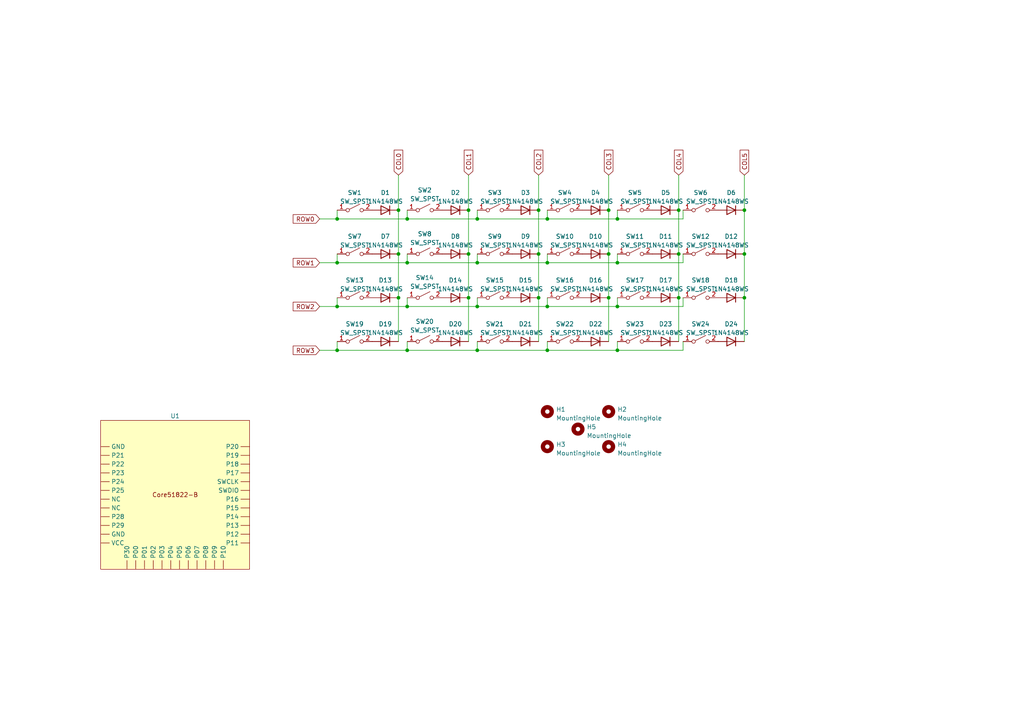
<source format=kicad_sch>
(kicad_sch (version 20230121) (generator eeschema)
  (paper "A4")
  (lib_symbols
    (symbol "Diode:1N4148WS" (pin_numbers hide) (pin_names hide)
      (property "Reference" "D" (at 0 2.54 0))
      (property "Value" "1N4148WS" (at 0 -2.54 0))
      (symbol "1N4148WS_0_1"
        (polyline (pts (xy -1.27 1.27) (xy -1.27 -1.27)) (stroke (width 0.254)))
        (polyline (pts (xy 1.27 0) (xy -1.27 0)))
        (polyline (pts (xy 1.27 1.27) (xy 1.27 -1.27) (xy -1.27 0) (xy 1.27 1.27)) (stroke (width 0.254)))
      )
      (symbol "1N4148WS_1_1"
        (pin passive line (at -3.81 0 0) (length 2.54) (name "K") (number "1"))
        (pin passive line (at 3.81 0 180) (length 2.54) (name "A") (number "2"))
      )
    )
    (symbol "Mechanical:MountingHole" (pin_names (offset 1.016))
      (property "Reference" "H" (at 0 5.08 0))
      (property "Value" "MountingHole" (at 0 3.175 0))
      (symbol "MountingHole_0_1"
        (circle (center 0 0) (radius 1.27) (stroke (width 1.27)))
      )
    )
    (symbol "Switch:SW_SPST" (pin_names (offset 0) hide)
      (property "Reference" "SW" (at 0 3.175 0))
      (property "Value" "SW_SPST" (at 0 -2.54 0))
      (symbol "SW_SPST_0_0"
        (circle (center -2.032 0) (radius 0.508))
        (polyline (pts (xy -1.524 0.254) (xy 1.524 1.778)))
        (circle (center 2.032 0) (radius 0.508))
      )
      (symbol "SW_SPST_1_1"
        (pin passive line (at -5.08 0 0) (length 2.54) (name "A") (number "1"))
        (pin passive line (at 5.08 0 180) (length 2.54) (name "B") (number "2"))
      )
    )
    (symbol "devboards:core51822-b"
      (property "Reference" "U" (at 0 0 0))
      (symbol "core51822-b_1_1"
        (rectangle (start -8.89 90.17) (end 34.29 46.99) (fill (type background)))
        (text "Core51822-B" (at 12.7 68.58 0) (effects (font (size 1.27 1.27))))
        (pin bidirectional line (at -8.89 57.15 0) (length 2.54) (name "GND") (number ""))
        (pin bidirectional line (at -8.89 82.55 0) (length 2.54) (name "GND") (number ""))
        (pin bidirectional line (at -8.89 64.77 0) (length 2.54) (name "NC") (number ""))
        (pin bidirectional line (at -8.89 67.31 0) (length 2.54) (name "NC") (number ""))
        (pin bidirectional line (at 1.27 46.99 90) (length 2.54) (name "P00") (number ""))
        (pin bidirectional line (at 3.81 46.99 90) (length 2.54) (name "P01") (number ""))
        (pin bidirectional line (at 6.35 46.99 90) (length 2.54) (name "P02") (number ""))
        (pin bidirectional line (at 8.89 46.99 90) (length 2.54) (name "P03") (number ""))
        (pin bidirectional line (at 11.43 46.99 90) (length 2.54) (name "P04") (number ""))
        (pin bidirectional line (at 13.97 46.99 90) (length 2.54) (name "P05") (number ""))
        (pin bidirectional line (at 16.51 46.99 90) (length 2.54) (name "P06") (number ""))
        (pin bidirectional line (at 19.05 46.99 90) (length 2.54) (name "P07") (number ""))
        (pin bidirectional line (at 21.59 46.99 90) (length 2.54) (name "P08") (number ""))
        (pin bidirectional line (at 24.13 46.99 90) (length 2.54) (name "P09") (number ""))
        (pin bidirectional line (at 26.67 46.99 90) (length 2.54) (name "P10") (number ""))
        (pin bidirectional line (at 34.29 54.61 180) (length 2.54) (name "P11") (number ""))
        (pin bidirectional line (at 34.29 57.15 180) (length 2.54) (name "P12") (number ""))
        (pin bidirectional line (at 34.29 59.69 180) (length 2.54) (name "P13") (number ""))
        (pin bidirectional line (at 34.29 62.23 180) (length 2.54) (name "P14") (number ""))
        (pin bidirectional line (at 34.29 64.77 180) (length 2.54) (name "P15") (number ""))
        (pin bidirectional line (at 34.29 67.31 180) (length 2.54) (name "P16") (number ""))
        (pin bidirectional line (at 34.29 74.93 180) (length 2.54) (name "P17") (number ""))
        (pin bidirectional line (at 34.29 77.47 180) (length 2.54) (name "P18") (number ""))
        (pin bidirectional line (at 34.29 80.01 180) (length 2.54) (name "P19") (number ""))
        (pin bidirectional line (at 34.29 82.55 180) (length 2.54) (name "P20") (number ""))
        (pin bidirectional line (at -8.89 80.01 0) (length 2.54) (name "P21") (number ""))
        (pin bidirectional line (at -8.89 77.47 0) (length 2.54) (name "P22") (number ""))
        (pin bidirectional line (at -8.89 74.93 0) (length 2.54) (name "P23") (number ""))
        (pin bidirectional line (at -8.89 72.39 0) (length 2.54) (name "P24") (number ""))
        (pin bidirectional line (at -8.89 69.85 0) (length 2.54) (name "P25") (number ""))
        (pin bidirectional line (at -8.89 62.23 0) (length 2.54) (name "P28") (number ""))
        (pin bidirectional line (at -8.89 59.69 0) (length 2.54) (name "P29") (number ""))
        (pin bidirectional line (at -1.27 46.99 90) (length 2.54) (name "P30") (number ""))
        (pin bidirectional line (at 34.29 72.39 180) (length 2.54) (name "SWCLK") (number ""))
        (pin bidirectional line (at 34.29 69.85 180) (length 2.54) (name "SWDIO") (number ""))
        (pin bidirectional line (at -8.89 54.61 0) (length 2.54) (name "VCC") (number ""))
      )
    )
  )
  (junction (at 138.43 76.2))
  (junction (at 156.21 73.66))
  (junction (at 118.11 76.2))
  (junction (at 158.75 63.5))
  (junction (at 156.21 60.96))
  (junction (at 138.43 101.6))
  (junction (at 179.07 63.5))
  (junction (at 138.43 88.9))
  (junction (at 179.07 88.9))
  (junction (at 115.57 60.96))
  (junction (at 118.11 101.6))
  (junction (at 135.89 86.36))
  (junction (at 158.75 76.2))
  (junction (at 156.21 86.36))
  (junction (at 135.89 60.96))
  (junction (at 215.9 86.36))
  (junction (at 215.9 60.96))
  (junction (at 215.9 73.66))
  (junction (at 196.85 86.36))
  (junction (at 176.53 73.66))
  (junction (at 176.53 60.96))
  (junction (at 118.11 63.5))
  (junction (at 115.57 73.66))
  (junction (at 97.79 76.2))
  (junction (at 97.79 101.6))
  (junction (at 196.85 73.66))
  (junction (at 97.79 63.5))
  (junction (at 176.53 86.36))
  (junction (at 118.11 88.9))
  (junction (at 135.89 73.66))
  (junction (at 115.57 86.36))
  (junction (at 196.85 60.96))
  (junction (at 179.07 101.6))
  (junction (at 158.75 88.9))
  (junction (at 158.75 101.6))
  (junction (at 97.79 88.9))
  (junction (at 179.07 76.2))
  (junction (at 138.43 63.5))
  (wire (pts (xy 97.79 88.9) (xy 118.11 88.9)))
  (wire (pts (xy 179.07 101.6) (xy 198.12 101.6)))
  (wire (pts (xy 118.11 76.2) (xy 118.11 73.66)))
  (wire (pts (xy 198.12 88.9) (xy 198.12 86.36)))
  (wire (pts (xy 176.53 60.96) (xy 176.53 73.66)))
  (wire (pts (xy 158.75 63.5) (xy 158.75 60.96)))
  (wire (pts (xy 138.43 101.6) (xy 158.75 101.6)))
  (wire (pts (xy 97.79 76.2) (xy 118.11 76.2)))
  (wire (pts (xy 215.9 60.96) (xy 215.9 73.66)))
  (wire (pts (xy 138.43 88.9) (xy 158.75 88.9)))
  (wire (pts (xy 138.43 88.9) (xy 138.43 86.36)))
  (wire (pts (xy 179.07 76.2) (xy 198.12 76.2)))
  (wire (pts (xy 97.79 63.5) (xy 97.79 60.96)))
  (wire (pts (xy 92.71 88.9) (xy 97.79 88.9)))
  (wire (pts (xy 92.71 76.2) (xy 97.79 76.2)))
  (wire (pts (xy 198.12 76.2) (xy 198.12 73.66)))
  (wire (pts (xy 158.75 76.2) (xy 158.75 73.66)))
  (wire (pts (xy 115.57 60.96) (xy 115.57 73.66)))
  (wire (pts (xy 196.85 50.8) (xy 196.85 60.96)))
  (wire (pts (xy 138.43 76.2) (xy 138.43 73.66)))
  (wire (pts (xy 156.21 50.8) (xy 156.21 60.96)))
  (wire (pts (xy 118.11 76.2) (xy 138.43 76.2)))
  (wire (pts (xy 179.07 63.5) (xy 179.07 60.96)))
  (wire (pts (xy 215.9 73.66) (xy 215.9 86.36)))
  (wire (pts (xy 97.79 76.2) (xy 97.79 73.66)))
  (wire (pts (xy 118.11 88.9) (xy 138.43 88.9)))
  (wire (pts (xy 196.85 60.96) (xy 196.85 73.66)))
  (wire (pts (xy 118.11 101.6) (xy 138.43 101.6)))
  (wire (pts (xy 97.79 63.5) (xy 118.11 63.5)))
  (wire (pts (xy 118.11 101.6) (xy 118.11 99.06)))
  (wire (pts (xy 158.75 63.5) (xy 179.07 63.5)))
  (wire (pts (xy 97.79 88.9) (xy 97.79 86.36)))
  (wire (pts (xy 138.43 101.6) (xy 138.43 99.06)))
  (wire (pts (xy 215.9 50.8) (xy 215.9 60.96)))
  (wire (pts (xy 158.75 88.9) (xy 158.75 86.36)))
  (wire (pts (xy 179.07 76.2) (xy 179.07 73.66)))
  (wire (pts (xy 158.75 88.9) (xy 179.07 88.9)))
  (wire (pts (xy 176.53 86.36) (xy 176.53 99.06)))
  (wire (pts (xy 138.43 63.5) (xy 138.43 60.96)))
  (wire (pts (xy 196.85 73.66) (xy 196.85 86.36)))
  (wire (pts (xy 158.75 101.6) (xy 158.75 99.06)))
  (wire (pts (xy 118.11 63.5) (xy 118.11 60.96)))
  (wire (pts (xy 215.9 86.36) (xy 215.9 99.06)))
  (wire (pts (xy 118.11 63.5) (xy 138.43 63.5)))
  (wire (pts (xy 179.07 88.9) (xy 198.12 88.9)))
  (wire (pts (xy 115.57 86.36) (xy 115.57 99.06)))
  (wire (pts (xy 176.53 73.66) (xy 176.53 86.36)))
  (wire (pts (xy 138.43 63.5) (xy 158.75 63.5)))
  (wire (pts (xy 156.21 60.96) (xy 156.21 73.66)))
  (wire (pts (xy 179.07 63.5) (xy 198.12 63.5)))
  (wire (pts (xy 135.89 60.96) (xy 135.89 73.66)))
  (wire (pts (xy 135.89 50.8) (xy 135.89 60.96)))
  (wire (pts (xy 156.21 73.66) (xy 156.21 86.36)))
  (wire (pts (xy 196.85 86.36) (xy 196.85 99.06)))
  (wire (pts (xy 115.57 50.8) (xy 115.57 60.96)))
  (wire (pts (xy 92.71 63.5) (xy 97.79 63.5)))
  (wire (pts (xy 92.71 101.6) (xy 97.79 101.6)))
  (wire (pts (xy 158.75 101.6) (xy 179.07 101.6)))
  (wire (pts (xy 158.75 76.2) (xy 179.07 76.2)))
  (wire (pts (xy 135.89 86.36) (xy 135.89 99.06)))
  (wire (pts (xy 156.21 86.36) (xy 156.21 99.06)))
  (wire (pts (xy 118.11 88.9) (xy 118.11 86.36)))
  (wire (pts (xy 97.79 101.6) (xy 97.79 99.06)))
  (wire (pts (xy 179.07 101.6) (xy 179.07 99.06)))
  (wire (pts (xy 176.53 50.8) (xy 176.53 60.96)))
  (wire (pts (xy 97.79 101.6) (xy 118.11 101.6)))
  (wire (pts (xy 198.12 63.5) (xy 198.12 60.96)))
  (wire (pts (xy 115.57 73.66) (xy 115.57 86.36)))
  (wire (pts (xy 138.43 76.2) (xy 158.75 76.2)))
  (wire (pts (xy 198.12 101.6) (xy 198.12 99.06)))
  (wire (pts (xy 179.07 88.9) (xy 179.07 86.36)))
  (wire (pts (xy 135.89 73.66) (xy 135.89 86.36)))
  (global_label "COL5" (shape input) (at 215.9 50.8 90) (property "Intersheetrefs" "${INTERSHEET_REFS}" (effects hide)))
  (global_label "COL0" (shape input) (at 115.57 50.8 90) (property "Intersheetrefs" "${INTERSHEET_REFS}" (effects hide)))
  (global_label "ROW1" (shape input) (at 92.71 76.2 180) (property "Intersheetrefs" "${INTERSHEET_REFS}" (effects hide)))
  (global_label "COL3" (shape input) (at 176.53 50.8 90) (property "Intersheetrefs" "${INTERSHEET_REFS}" (effects hide)))
  (global_label "COL1" (shape input) (at 135.89 50.8 90) (property "Intersheetrefs" "${INTERSHEET_REFS}" (effects hide)))
  (global_label "ROW3" (shape input) (at 92.71 101.6 180) (property "Intersheetrefs" "${INTERSHEET_REFS}" (effects hide)))
  (global_label "COL2" (shape input) (at 156.21 50.8 90) (property "Intersheetrefs" "${INTERSHEET_REFS}" (effects hide)))
  (global_label "ROW2" (shape input) (at 92.71 88.9 180) (property "Intersheetrefs" "${INTERSHEET_REFS}" (effects hide)))
  (global_label "COL4" (shape input) (at 196.85 50.8 90) (property "Intersheetrefs" "${INTERSHEET_REFS}" (effects hide)))
  (global_label "ROW0" (shape input) (at 92.71 63.5 180) (property "Intersheetrefs" "${INTERSHEET_REFS}" (effects hide)))
  (symbol (lib_id "Diode:1N4148WS") (at 111.76 60.96 180) (unit 1)
    (property "Reference" "D1" (at 111.76 55.88 0))
    (property "Value" "1N4148WS" (at 111.76 58.42 0))
    (property "Footprint" "Diode_SMD:D_SOD-323" (effects hide))
    (property "Datasheet" "https://www.vishay.com/docs/85751/1n4148ws.pdf" (effects hide))
    (property "Sim.Device" "D" (effects hide))
    (property "Sim.Pins" "1=K 2=A" (effects hide))
  )
  (symbol (lib_id "devboards:core51822-b") (at 38.1 212.09 0) (unit 1)
    (property "Reference" "U1" (at 50.8 120.65 0))
    (property "Value" "~" (at 38.1 212.09 0))
    (property "Footprint" "devboards:core51822-b" (effects hide))
  )
  (symbol (lib_id "Switch:SW_SPST") (at 163.83 99.06 0) (unit 1)
    (property "Reference" "SW22" (at 163.83 93.98 0))
    (property "Value" "SW_SPST" (at 163.83 96.52 0))
    (property "Footprint" "keyswitches.pretty-master:Kailh_socket_MX" (effects hide))
  )
  (symbol (lib_id "Switch:SW_SPST") (at 143.51 99.06 0) (unit 1)
    (property "Reference" "SW21" (at 143.51 93.98 0))
    (property "Value" "SW_SPST" (at 143.51 96.52 0))
    (property "Footprint" "keyswitches.pretty-master:Kailh_socket_MX" (effects hide))
  )
  (symbol (lib_id "Diode:1N4148WS") (at 193.04 60.96 180) (unit 1)
    (property "Reference" "D5" (at 193.04 55.88 0))
    (property "Value" "1N4148WS" (at 193.04 58.42 0))
    (property "Footprint" "Diode_SMD:D_SOD-323" (effects hide))
    (property "Datasheet" "https://www.vishay.com/docs/85751/1n4148ws.pdf" (effects hide))
    (property "Sim.Device" "D" (effects hide))
    (property "Sim.Pins" "1=K 2=A" (effects hide))
  )
  (symbol (lib_id "Switch:SW_SPST") (at 143.51 86.36 0) (unit 1)
    (property "Reference" "SW15" (at 143.51 81.28 0))
    (property "Value" "SW_SPST" (at 143.51 83.82 0))
    (property "Footprint" "keyswitches.pretty-master:Kailh_socket_MX" (effects hide))
  )
  (symbol (lib_id "Switch:SW_SPST") (at 163.83 86.36 0) (unit 1)
    (property "Reference" "SW16" (at 163.83 81.28 0))
    (property "Value" "SW_SPST" (at 163.83 83.82 0))
    (property "Footprint" "keyswitches.pretty-master:Kailh_socket_MX" (effects hide))
  )
  (symbol (lib_id "Switch:SW_SPST") (at 163.83 73.66 0) (unit 1)
    (property "Reference" "SW10" (at 163.83 68.58 0))
    (property "Value" "SW_SPST" (at 163.83 71.12 0))
    (property "Footprint" "keyswitches.pretty-master:Kailh_socket_MX" (effects hide))
  )
  (symbol (lib_id "Mechanical:MountingHole") (at 176.53 119.38 0) (unit 1)
    (property "Reference" "H2" (at 179.07 118.745 0) (effects (justify left)))
    (property "Value" "MountingHole" (at 179.07 121.285 0) (effects (justify left)))
    (property "Footprint" "MountingHole:MountingHole_2mm" (effects hide))
  )
  (symbol (lib_id "Switch:SW_SPST") (at 203.2 60.96 0) (unit 1)
    (property "Reference" "SW6" (at 203.2 55.88 0))
    (property "Value" "SW_SPST" (at 203.2 58.42 0))
    (property "Footprint" "keyswitches.pretty-master:Kailh_socket_MX" (effects hide))
  )
  (symbol (lib_id "Switch:SW_SPST") (at 143.51 73.66 0) (unit 1)
    (property "Reference" "SW9" (at 143.51 68.58 0))
    (property "Value" "SW_SPST" (at 143.51 71.12 0))
    (property "Footprint" "keyswitches.pretty-master:Kailh_socket_MX" (effects hide))
  )
  (symbol (lib_id "Switch:SW_SPST") (at 184.15 60.96 0) (unit 1)
    (property "Reference" "SW5" (at 184.15 55.88 0))
    (property "Value" "SW_SPST" (at 184.15 58.42 0))
    (property "Footprint" "keyswitches.pretty-master:Kailh_socket_MX" (effects hide))
  )
  (symbol (lib_id "Diode:1N4148WS") (at 193.04 73.66 180) (unit 1)
    (property "Reference" "D11" (at 193.04 68.58 0))
    (property "Value" "1N4148WS" (at 193.04 71.12 0))
    (property "Footprint" "Diode_SMD:D_SOD-323" (effects hide))
    (property "Datasheet" "https://www.vishay.com/docs/85751/1n4148ws.pdf" (effects hide))
    (property "Sim.Device" "D" (effects hide))
    (property "Sim.Pins" "1=K 2=A" (effects hide))
  )
  (symbol (lib_id "Diode:1N4148WS") (at 193.04 99.06 180) (unit 1)
    (property "Reference" "D23" (at 193.04 93.98 0))
    (property "Value" "1N4148WS" (at 193.04 96.52 0))
    (property "Footprint" "Diode_SMD:D_SOD-323" (effects hide))
    (property "Datasheet" "https://www.vishay.com/docs/85751/1n4148ws.pdf" (effects hide))
    (property "Sim.Device" "D" (effects hide))
    (property "Sim.Pins" "1=K 2=A" (effects hide))
  )
  (symbol (lib_id "Switch:SW_SPST") (at 203.2 86.36 0) (unit 1)
    (property "Reference" "SW18" (at 203.2 81.28 0))
    (property "Value" "SW_SPST" (at 203.2 83.82 0))
    (property "Footprint" "keyswitches.pretty-master:Kailh_socket_MX" (effects hide))
  )
  (symbol (lib_id "Mechanical:MountingHole") (at 158.75 129.54 0) (unit 1)
    (property "Reference" "H3" (at 161.29 128.905 0) (effects (justify left)))
    (property "Value" "MountingHole" (at 161.29 131.445 0) (effects (justify left)))
    (property "Footprint" "MountingHole:MountingHole_2mm" (effects hide))
  )
  (symbol (lib_id "Switch:SW_SPST") (at 203.2 99.06 0) (unit 1)
    (property "Reference" "SW24" (at 203.2 93.98 0))
    (property "Value" "SW_SPST" (at 203.2 96.52 0))
    (property "Footprint" "keyswitches.pretty-master:Kailh_socket_MX" (effects hide))
  )
  (symbol (lib_id "Diode:1N4148WS") (at 132.08 73.66 180) (unit 1)
    (property "Reference" "D8" (at 132.08 68.58 0))
    (property "Value" "1N4148WS" (at 132.08 71.12 0))
    (property "Footprint" "Diode_SMD:D_SOD-323" (effects hide))
    (property "Datasheet" "https://www.vishay.com/docs/85751/1n4148ws.pdf" (effects hide))
    (property "Sim.Device" "D" (effects hide))
    (property "Sim.Pins" "1=K 2=A" (effects hide))
  )
  (symbol (lib_id "Switch:SW_SPST") (at 102.87 60.96 0) (unit 1)
    (property "Reference" "SW1" (at 102.87 55.88 0))
    (property "Value" "SW_SPST" (at 102.87 58.42 0))
    (property "Footprint" "keyswitches.pretty-master:Kailh_socket_MX" (effects hide))
  )
  (symbol (lib_id "Switch:SW_SPST") (at 123.19 99.06 0) (unit 1)
    (property "Reference" "SW20" (at 123.19 93.2491 0))
    (property "Value" "SW_SPST" (at 123.19 95.7891 0))
    (property "Footprint" "keyswitches.pretty-master:Kailh_socket_MX" (effects hide))
  )
  (symbol (lib_id "Switch:SW_SPST") (at 143.51 60.96 0) (unit 1)
    (property "Reference" "SW3" (at 143.51 55.88 0))
    (property "Value" "SW_SPST" (at 143.51 58.42 0))
    (property "Footprint" "keyswitches.pretty-master:Kailh_socket_MX" (effects hide))
  )
  (symbol (lib_id "Diode:1N4148WS") (at 212.09 73.66 180) (unit 1)
    (property "Reference" "D12" (at 212.09 68.58 0))
    (property "Value" "1N4148WS" (at 212.09 71.12 0))
    (property "Footprint" "Diode_SMD:D_SOD-323" (effects hide))
    (property "Datasheet" "https://www.vishay.com/docs/85751/1n4148ws.pdf" (effects hide))
    (property "Sim.Device" "D" (effects hide))
    (property "Sim.Pins" "1=K 2=A" (effects hide))
  )
  (symbol (lib_id "Switch:SW_SPST") (at 203.2 73.66 0) (unit 1)
    (property "Reference" "SW12" (at 203.2 68.58 0))
    (property "Value" "SW_SPST" (at 203.2 71.12 0))
    (property "Footprint" "keyswitches.pretty-master:Kailh_socket_MX" (effects hide))
  )
  (symbol (lib_id "Diode:1N4148WS") (at 172.72 99.06 180) (unit 1)
    (property "Reference" "D22" (at 172.72 93.98 0))
    (property "Value" "1N4148WS" (at 172.72 96.52 0))
    (property "Footprint" "Diode_SMD:D_SOD-323" (effects hide))
    (property "Datasheet" "https://www.vishay.com/docs/85751/1n4148ws.pdf" (effects hide))
    (property "Sim.Device" "D" (effects hide))
    (property "Sim.Pins" "1=K 2=A" (effects hide))
  )
  (symbol (lib_id "Diode:1N4148WS") (at 132.08 86.36 180) (unit 1)
    (property "Reference" "D14" (at 132.08 81.28 0))
    (property "Value" "1N4148WS" (at 132.08 83.82 0))
    (property "Footprint" "Diode_SMD:D_SOD-323" (effects hide))
    (property "Datasheet" "https://www.vishay.com/docs/85751/1n4148ws.pdf" (effects hide))
    (property "Sim.Device" "D" (effects hide))
    (property "Sim.Pins" "1=K 2=A" (effects hide))
  )
  (symbol (lib_id "Diode:1N4148WS") (at 132.08 99.06 180) (unit 1)
    (property "Reference" "D20" (at 132.08 93.98 0))
    (property "Value" "1N4148WS" (at 132.08 96.52 0))
    (property "Footprint" "Diode_SMD:D_SOD-323" (effects hide))
    (property "Datasheet" "https://www.vishay.com/docs/85751/1n4148ws.pdf" (effects hide))
    (property "Sim.Device" "D" (effects hide))
    (property "Sim.Pins" "1=K 2=A" (effects hide))
  )
  (symbol (lib_id "Diode:1N4148WS") (at 212.09 99.06 180) (unit 1)
    (property "Reference" "D24" (at 212.09 93.98 0))
    (property "Value" "1N4148WS" (at 212.09 96.52 0))
    (property "Footprint" "Diode_SMD:D_SOD-323" (effects hide))
    (property "Datasheet" "https://www.vishay.com/docs/85751/1n4148ws.pdf" (effects hide))
    (property "Sim.Device" "D" (effects hide))
    (property "Sim.Pins" "1=K 2=A" (effects hide))
  )
  (symbol (lib_id "Diode:1N4148WS") (at 172.72 86.36 180) (unit 1)
    (property "Reference" "D16" (at 172.72 81.28 0))
    (property "Value" "1N4148WS" (at 172.72 83.82 0))
    (property "Footprint" "Diode_SMD:D_SOD-323" (effects hide))
    (property "Datasheet" "https://www.vishay.com/docs/85751/1n4148ws.pdf" (effects hide))
    (property "Sim.Device" "D" (effects hide))
    (property "Sim.Pins" "1=K 2=A" (effects hide))
  )
  (symbol (lib_id "Mechanical:MountingHole") (at 176.53 129.54 0) (unit 1)
    (property "Reference" "H4" (at 179.07 128.905 0) (effects (justify left)))
    (property "Value" "MountingHole" (at 179.07 131.445 0) (effects (justify left)))
    (property "Footprint" "MountingHole:MountingHole_2mm" (effects hide))
  )
  (symbol (lib_id "Mechanical:MountingHole") (at 158.75 119.38 0) (unit 1)
    (property "Reference" "H1" (at 161.29 118.745 0) (effects (justify left)))
    (property "Value" "MountingHole" (at 161.29 121.285 0) (effects (justify left)))
    (property "Footprint" "MountingHole:MountingHole_2mm" (effects hide))
  )
  (symbol (lib_id "Switch:SW_SPST") (at 184.15 99.06 0) (unit 1)
    (property "Reference" "SW23" (at 184.15 93.98 0))
    (property "Value" "SW_SPST" (at 184.15 96.52 0))
    (property "Footprint" "keyswitches.pretty-master:Kailh_socket_MX" (effects hide))
  )
  (symbol (lib_id "Diode:1N4148WS") (at 111.76 99.06 180) (unit 1)
    (property "Reference" "D19" (at 111.76 93.98 0))
    (property "Value" "1N4148WS" (at 111.76 96.52 0))
    (property "Footprint" "Diode_SMD:D_SOD-323" (effects hide))
    (property "Datasheet" "https://www.vishay.com/docs/85751/1n4148ws.pdf" (effects hide))
    (property "Sim.Device" "D" (effects hide))
    (property "Sim.Pins" "1=K 2=A" (effects hide))
  )
  (symbol (lib_id "Diode:1N4148WS") (at 152.4 86.36 180) (unit 1)
    (property "Reference" "D15" (at 152.4 81.28 0))
    (property "Value" "1N4148WS" (at 152.4 83.82 0))
    (property "Footprint" "Diode_SMD:D_SOD-323" (effects hide))
    (property "Datasheet" "https://www.vishay.com/docs/85751/1n4148ws.pdf" (effects hide))
    (property "Sim.Device" "D" (effects hide))
    (property "Sim.Pins" "1=K 2=A" (effects hide))
  )
  (symbol (lib_id "Diode:1N4148WS") (at 172.72 73.66 180) (unit 1)
    (property "Reference" "D10" (at 172.72 68.58 0))
    (property "Value" "1N4148WS" (at 172.72 71.12 0))
    (property "Footprint" "Diode_SMD:D_SOD-323" (effects hide))
    (property "Datasheet" "https://www.vishay.com/docs/85751/1n4148ws.pdf" (effects hide))
    (property "Sim.Device" "D" (effects hide))
    (property "Sim.Pins" "1=K 2=A" (effects hide))
  )
  (symbol (lib_id "Switch:SW_SPST") (at 123.19 60.96 0) (unit 1)
    (property "Reference" "SW2" (at 123.19 55.1491 0))
    (property "Value" "SW_SPST" (at 123.19 57.6891 0))
    (property "Footprint" "keyswitches.pretty-master:Kailh_socket_MX" (effects hide))
  )
  (symbol (lib_id "Diode:1N4148WS") (at 212.09 86.36 180) (unit 1)
    (property "Reference" "D18" (at 212.09 81.28 0))
    (property "Value" "1N4148WS" (at 212.09 83.82 0))
    (property "Footprint" "Diode_SMD:D_SOD-323" (effects hide))
    (property "Datasheet" "https://www.vishay.com/docs/85751/1n4148ws.pdf" (effects hide))
    (property "Sim.Device" "D" (effects hide))
    (property "Sim.Pins" "1=K 2=A" (effects hide))
  )
  (symbol (lib_id "Mechanical:MountingHole") (at 167.64 124.46 0) (unit 1)
    (property "Reference" "H5" (at 170.18 123.825 0) (effects (justify left)))
    (property "Value" "MountingHole" (at 170.18 126.365 0) (effects (justify left)))
    (property "Footprint" "MountingHole:MountingHole_2mm" (effects hide))
  )
  (symbol (lib_id "Diode:1N4148WS") (at 132.08 60.96 180) (unit 1)
    (property "Reference" "D2" (at 132.08 55.88 0))
    (property "Value" "1N4148WS" (at 132.08 58.42 0))
    (property "Footprint" "Diode_SMD:D_SOD-323" (effects hide))
    (property "Datasheet" "https://www.vishay.com/docs/85751/1n4148ws.pdf" (effects hide))
    (property "Sim.Device" "D" (effects hide))
    (property "Sim.Pins" "1=K 2=A" (effects hide))
  )
  (symbol (lib_id "Diode:1N4148WS") (at 152.4 99.06 180) (unit 1)
    (property "Reference" "D21" (at 152.4 93.98 0))
    (property "Value" "1N4148WS" (at 152.4 96.52 0))
    (property "Footprint" "Diode_SMD:D_SOD-323" (effects hide))
    (property "Datasheet" "https://www.vishay.com/docs/85751/1n4148ws.pdf" (effects hide))
    (property "Sim.Device" "D" (effects hide))
    (property "Sim.Pins" "1=K 2=A" (effects hide))
  )
  (symbol (lib_id "Diode:1N4148WS") (at 193.04 86.36 180) (unit 1)
    (property "Reference" "D17" (at 193.04 81.28 0))
    (property "Value" "1N4148WS" (at 193.04 83.82 0))
    (property "Footprint" "Diode_SMD:D_SOD-323" (effects hide))
    (property "Datasheet" "https://www.vishay.com/docs/85751/1n4148ws.pdf" (effects hide))
    (property "Sim.Device" "D" (effects hide))
    (property "Sim.Pins" "1=K 2=A" (effects hide))
  )
  (symbol (lib_id "Switch:SW_SPST") (at 102.87 86.36 0) (unit 1)
    (property "Reference" "SW13" (at 102.87 81.28 0))
    (property "Value" "SW_SPST" (at 102.87 83.82 0))
    (property "Footprint" "keyswitches.pretty-master:Kailh_socket_MX" (effects hide))
  )
  (symbol (lib_id "Diode:1N4148WS") (at 111.76 73.66 180) (unit 1)
    (property "Reference" "D7" (at 111.76 68.58 0))
    (property "Value" "1N4148WS" (at 111.76 71.12 0))
    (property "Footprint" "Diode_SMD:D_SOD-323" (effects hide))
    (property "Datasheet" "https://www.vishay.com/docs/85751/1n4148ws.pdf" (effects hide))
    (property "Sim.Device" "D" (effects hide))
    (property "Sim.Pins" "1=K 2=A" (effects hide))
  )
  (symbol (lib_id "Switch:SW_SPST") (at 184.15 86.36 0) (unit 1)
    (property "Reference" "SW17" (at 184.15 81.28 0))
    (property "Value" "SW_SPST" (at 184.15 83.82 0))
    (property "Footprint" "keyswitches.pretty-master:Kailh_socket_MX" (effects hide))
  )
  (symbol (lib_id "Switch:SW_SPST") (at 163.83 60.96 0) (unit 1)
    (property "Reference" "SW4" (at 163.83 55.88 0))
    (property "Value" "SW_SPST" (at 163.83 58.42 0))
    (property "Footprint" "keyswitches.pretty-master:Kailh_socket_MX" (effects hide))
  )
  (symbol (lib_id "Diode:1N4148WS") (at 111.76 86.36 180) (unit 1)
    (property "Reference" "D13" (at 111.76 81.28 0))
    (property "Value" "1N4148WS" (at 111.76 83.82 0))
    (property "Footprint" "Diode_SMD:D_SOD-323" (effects hide))
    (property "Datasheet" "https://www.vishay.com/docs/85751/1n4148ws.pdf" (effects hide))
    (property "Sim.Device" "D" (effects hide))
    (property "Sim.Pins" "1=K 2=A" (effects hide))
  )
  (symbol (lib_id "Diode:1N4148WS") (at 152.4 60.96 180) (unit 1)
    (property "Reference" "D3" (at 152.4 55.88 0))
    (property "Value" "1N4148WS" (at 152.4 58.42 0))
    (property "Footprint" "Diode_SMD:D_SOD-323" (effects hide))
    (property "Datasheet" "https://www.vishay.com/docs/85751/1n4148ws.pdf" (effects hide))
    (property "Sim.Device" "D" (effects hide))
    (property "Sim.Pins" "1=K 2=A" (effects hide))
  )
  (symbol (lib_id "Diode:1N4148WS") (at 212.09 60.96 180) (unit 1)
    (property "Reference" "D6" (at 212.09 55.88 0))
    (property "Value" "1N4148WS" (at 212.09 58.42 0))
    (property "Footprint" "Diode_SMD:D_SOD-323" (effects hide))
    (property "Datasheet" "https://www.vishay.com/docs/85751/1n4148ws.pdf" (effects hide))
    (property "Sim.Device" "D" (effects hide))
    (property "Sim.Pins" "1=K 2=A" (effects hide))
  )
  (symbol (lib_id "Switch:SW_SPST") (at 123.19 73.66 0) (unit 1)
    (property "Reference" "SW8" (at 123.19 67.8491 0))
    (property "Value" "SW_SPST" (at 123.19 70.3891 0))
    (property "Footprint" "keyswitches.pretty-master:Kailh_socket_MX" (effects hide))
  )
  (symbol (lib_id "Switch:SW_SPST") (at 123.19 86.36 0) (unit 1)
    (property "Reference" "SW14" (at 123.19 80.5491 0))
    (property "Value" "SW_SPST" (at 123.19 83.0891 0))
    (property "Footprint" "keyswitches.pretty-master:Kailh_socket_MX" (effects hide))
  )
  (symbol (lib_id "Diode:1N4148WS") (at 152.4 73.66 180) (unit 1)
    (property "Reference" "D9" (at 152.4 68.58 0))
    (property "Value" "1N4148WS" (at 152.4 71.12 0))
    (property "Footprint" "Diode_SMD:D_SOD-323" (effects hide))
    (property "Datasheet" "https://www.vishay.com/docs/85751/1n4148ws.pdf" (effects hide))
    (property "Sim.Device" "D" (effects hide))
    (property "Sim.Pins" "1=K 2=A" (effects hide))
  )
  (symbol (lib_id "Switch:SW_SPST") (at 184.15 73.66 0) (unit 1)
    (property "Reference" "SW11" (at 184.15 68.58 0))
    (property "Value" "SW_SPST" (at 184.15 71.12 0))
    (property "Footprint" "keyswitches.pretty-master:Kailh_socket_MX" (effects hide))
  )
  (symbol (lib_id "Switch:SW_SPST") (at 102.87 99.06 0) (unit 1)
    (property "Reference" "SW19" (at 102.87 93.98 0))
    (property "Value" "SW_SPST" (at 102.87 96.52 0))
    (property "Footprint" "keyswitches.pretty-master:Kailh_socket_MX" (effects hide))
  )
  (symbol (lib_id "Diode:1N4148WS") (at 172.72 60.96 180) (unit 1)
    (property "Reference" "D4" (at 172.72 55.88 0))
    (property "Value" "1N4148WS" (at 172.72 58.42 0))
    (property "Footprint" "Diode_SMD:D_SOD-323" (effects hide))
    (property "Datasheet" "https://www.vishay.com/docs/85751/1n4148ws.pdf" (effects hide))
    (property "Sim.Device" "D" (effects hide))
    (property "Sim.Pins" "1=K 2=A" (effects hide))
  )
  (symbol (lib_id "Switch:SW_SPST") (at 102.87 73.66 0) (unit 1)
    (property "Reference" "SW7" (at 102.87 68.58 0))
    (property "Value" "SW_SPST" (at 102.87 71.12 0))
    (property "Footprint" "keyswitches.pretty-master:Kailh_socket_MX" (effects hide))
  )
)
</source>
